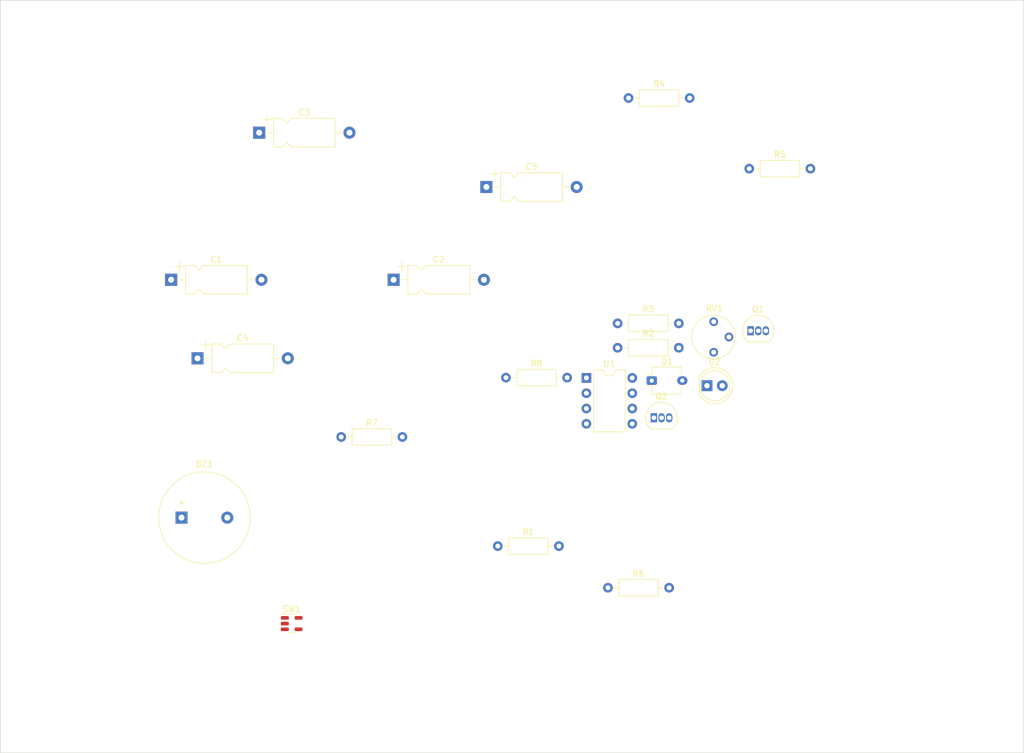
<source format=kicad_pcb>
(kicad_pcb (version 20211014) (generator pcbnew)
  (title_block (title "gammaray2usb") (date "2021-12-27") (rev "0.2x") (company "Fort Sand, Inc."))
  (layers (0 "F.Cu" signal) (31 "B.Cu" signal) (34 "B.Paste" user) (35 "F.Paste" user) (36 "B.SilkS" user "B.Silkscreen") (37 "F.SilkS" user "F.Silkscreen") (38 "B.Mask" user) (39 "F.Mask" user) (44 "Edge.Cuts" user))
  (net 0 "")
  (net 1 "Net-(BZ1-Pad1)")
  (net 2 "GND")
  (net 3 "Net-(C1-Pad1)")
  (net 4 "Net-(C2-Pad1)")
  (net 5 "+9V")
  (net 6 "Net-(C4-Pad1)")
  (net 7 "Net-(C5-Pad1)")
  (net 8 "Net-(D1-Pad2)")
  (net 9 "Net-(D2-Pad2)")
  (net 10 "Net-(Q1-Pad3)")
  (net 11 "Net-(Q2-Pad1)")
  (net 12 "Net-(R5-Pad1)")
  (net 13 "Net-(R6-Pad2)")
  (net 14 "Net-(R7-Pad1)")
  (net 15 "GNDREF")
  (footprint "Resistor_THT:R_Axial_DIN0207_L6.3mm_D2.5mm_P10.16mm_Horizontal" (layer "F.Cu") (at 172.534167 92.71017)
    (fp_text reference "R2" (at 5.08 -2.37) (layer "F.SilkS"))
    (fp_text value "1.5M")
    (fp_line (start 1.81 1.37) (end 8.35 1.37) (layer "F.SilkS") (width 0.12))
    (fp_line (start 1.04 0) (end 1.81 0) (layer "F.SilkS") (width 0.12))
    (fp_line (start 1.81 -1.37) (end 1.81 1.37) (layer "F.SilkS") (width 0.12))
    (fp_line (start 9.12 0) (end 8.35 0) (layer "F.SilkS") (width 0.12))
    (fp_line (start 8.35 1.37) (end 8.35 -1.37) (layer "F.SilkS") (width 0.12))
    (fp_line (start 8.35 -1.37) (end 1.81 -1.37) (layer "F.SilkS") (width 0.12))
    (pad "1" thru_hole circle locked (at 0 0) (size 1.6 1.6) (drill 0.8) (layers *.Cu *.Mask) (net 3 "Net-(C1-Pad1)"))
    (pad "2" thru_hole oval locked (at 10.16 0) (size 1.6 1.6) (drill 0.8) (layers *.Cu *.Mask) (net 11 "Net-(Q2-Pad1)"))
  )
  (footprint "Package_DIP:DIP-8_W7.62mm" (layer "F.Cu") (at 167.344167 97.72017)
    (fp_text reference "U1" (at 3.81 -2.33) (layer "F.SilkS"))
    (fp_text value "LM358")
    (fp_line (start 2.81 -1.33) (end 1.16 -1.33) (layer "F.SilkS") (width 0.12))
    (fp_line (start 6.46 8.95) (end 6.46 -1.33) (layer "F.SilkS") (width 0.12))
    (fp_line (start 6.46 -1.33) (end 4.81 -1.33) (layer "F.SilkS") (width 0.12))
    (fp_line (start 1.16 8.95) (end 6.46 8.95) (layer "F.SilkS") (width 0.12))
    (fp_line (start 1.16 -1.33) (end 1.16 8.95) (layer "F.SilkS") (width 0.12))
    (fp_arc (start 4.81 -1.33) (mid 3.81 -0.33) (end 2.81 -1.33) (layer "F.SilkS") (width 0.12))
    (pad "1" thru_hole rect locked (at 0 0) (size 1.6 1.6) (drill 0.8) (layers *.Cu *.Mask) (net 13 "Net-(R6-Pad2)"))
    (pad "2" thru_hole oval locked (at 0 2.54) (size 1.6 1.6) (drill 0.8) (layers *.Cu *.Mask) (net 12 "Net-(R5-Pad1)"))
    (pad "3" thru_hole oval locked (at 0 5.08) (size 1.6 1.6) (drill 0.8) (layers *.Cu *.Mask) (net 10 "Net-(Q1-Pad3)"))
    (pad "4" thru_hole oval locked (at 0 7.62) (size 1.6 1.6) (drill 0.8) (layers *.Cu *.Mask))
    (pad "5" thru_hole oval locked (at 7.62 7.62) (size 1.6 1.6) (drill 0.8) (layers *.Cu *.Mask))
    (pad "6" thru_hole oval locked (at 7.62 5.08) (size 1.6 1.6) (drill 0.8) (layers *.Cu *.Mask))
    (pad "7" thru_hole oval locked (at 7.62 2.54) (size 1.6 1.6) (drill 0.8) (layers *.Cu *.Mask))
    (pad "8" thru_hole oval locked (at 7.62 0) (size 1.6 1.6) (drill 0.8) (layers *.Cu *.Mask))
  )
  (footprint "Capacitor_THT:CP_Axial_L10.0mm_D4.5mm_P15.00mm_Horizontal" (layer "F.Cu") (at 135.32309 81.417547)
    (fp_text reference "C2" (at 7.5 -3.37) (layer "F.SilkS"))
    (fp_text value "100 uF")
    (fp_line (start 2.38 2.37) (end 3.88 2.37) (layer "F.SilkS") (width 0.12))
    (fp_line (start 5.38 -2.37) (end 12.62 -2.37) (layer "F.SilkS") (width 0.12))
    (fp_line (start 1.24 0) (end 2.38 0) (layer "F.SilkS") (width 0.12))
    (fp_line (start 0.63 -2.2) (end 2.13 -2.2) (layer "F.SilkS") (width 0.12))
    (fp_line (start 1.38 -2.95) (end 1.38 -1.45) (layer "F.SilkS") (width 0.12))
    (fp_line (start 2.38 -2.37) (end 3.88 -2.37) (layer "F.SilkS") (width 0.12))
    (fp_line (start 4.63 1.62) (end 5.38 2.37) (layer "F.SilkS") (width 0.12))
    (fp_line (start 3.88 -2.37) (end 4.63 -1.62) (layer "F.SilkS") (width 0.12))
    (fp_line (start 4.63 -1.62) (end 5.38 -2.37) (layer "F.SilkS") (width 0.12))
    (fp_line (start 12.62 -2.37) (end 12.62 2.37) (layer "F.SilkS") (width 0.12))
    (fp_line (start 13.76 0) (end 12.62 0) (layer "F.SilkS") (width 0.12))
    (fp_line (start 2.38 -2.37) (end 2.38 2.37) (layer "F.SilkS") (width 0.12))
    (fp_line (start 3.88 2.37) (end 4.63 1.62) (layer "F.SilkS") (width 0.12))
    (fp_line (start 5.38 2.37) (end 12.62 2.37) (layer "F.SilkS") (width 0.12))
    (pad "1" thru_hole rect locked (at 0 0) (size 2 2) (drill 1) (layers *.Cu *.Mask) (net 4 "Net-(C2-Pad1)"))
    (pad "2" thru_hole oval locked (at 15 0) (size 2 2) (drill 1) (layers *.Cu *.Mask) (net 2 "GND"))
  )
  (footprint "Resistor_THT:R_Axial_DIN0207_L6.3mm_D2.5mm_P10.16mm_Horizontal" (layer "F.Cu") (at 194.390648 62.963776)
    (fp_text reference "R5" (at 5.08 -2.37) (layer "F.SilkS"))
    (fp_text value "1k")
    (fp_line (start 1.81 -1.37) (end 1.81 1.37) (layer "F.SilkS") (width 0.12))
    (fp_line (start 8.35 1.37) (end 8.35 -1.37) (layer "F.SilkS") (width 0.12))
    (fp_line (start 9.12 0) (end 8.35 0) (layer "F.SilkS") (width 0.12))
    (fp_line (start 1.81 1.37) (end 8.35 1.37) (layer "F.SilkS") (width 0.12))
    (fp_line (start 1.04 0) (end 1.81 0) (layer "F.SilkS") (width 0.12))
    (fp_line (start 8.35 -1.37) (end 1.81 -1.37) (layer "F.SilkS") (width 0.12))
    (pad "1" thru_hole circle locked (at 0 0) (size 1.6 1.6) (drill 0.8) (layers *.Cu *.Mask) (net 12 "Net-(R5-Pad1)"))
    (pad "2" thru_hole oval locked (at 10.16 0) (size 1.6 1.6) (drill 0.8) (layers *.Cu *.Mask) (net 6 "Net-(C4-Pad1)"))
  )
  (footprint "Package_TO_SOT_THT:TO-92_Inline" (layer "F.Cu") (at 194.614167 89.89017)
    (fp_text reference "Q1" (at 1.27 -3.56) (layer "F.SilkS"))
    (fp_text value "2N7000")
    (fp_line (start -0.53 1.85) (end 3.07 1.85) (layer "F.SilkS") (width 0.12))
    (fp_arc (start 1.27 -2.6) (mid 3.672087 -0.994977) (end 3.108478 1.838478) (layer "F.SilkS") (width 0.12))
    (fp_arc (start -0.568478 1.838478) (mid -1.132087 -0.994977) (end 1.27 -2.6) (layer "F.SilkS") (width 0.12))
    (pad "1" thru_hole rect locked (at 0 0) (size 1.05 1.5) (drill 0.75) (layers *.Cu *.Mask) (net 2 "GND"))
    (pad "2" thru_hole oval locked (at 1.27 0) (size 1.05 1.5) (drill 0.75) (layers *.Cu *.Mask) (net 8 "Net-(D1-Pad2)"))
    (pad "3" thru_hole oval locked (at 2.54 0) (size 1.05 1.5) (drill 0.75) (layers *.Cu *.Mask) (net 10 "Net-(Q1-Pad3)"))
  )
  (footprint "Resistor_THT:R_Axial_DIN0207_L6.3mm_D2.5mm_P10.16mm_Horizontal" (layer "F.Cu") (at 152.627301 125.652573)
    (fp_text reference "R1" (at 5.08 -2.37) (layer "F.SilkS"))
    (fp_text value "10M")
    (fp_line (start 1.81 -1.37) (end 1.81 1.37) (layer "F.SilkS") (width 0.12))
    (fp_line (start 8.35 -1.37) (end 1.81 -1.37) (layer "F.SilkS") (width 0.12))
    (fp_line (start 1.81 1.37) (end 8.35 1.37) (layer "F.SilkS") (width 0.12))
    (fp_line (start 1.04 0) (end 1.81 0) (layer "F.SilkS") (width 0.12))
    (fp_line (start 9.12 0) (end 8.35 0) (layer "F.SilkS") (width 0.12))
    (fp_line (start 8.35 1.37) (end 8.35 -1.37) (layer "F.SilkS") (width 0.12))
    (pad "1" thru_hole circle locked (at 0 0) (size 1.6 1.6) (drill 0.8) (layers *.Cu *.Mask) (net 8 "Net-(D1-Pad2)"))
    (pad "2" thru_hole oval locked (at 10.16 0) (size 1.6 1.6) (drill 0.8) (layers *.Cu *.Mask) (net 2 "GND"))
  )
  (footprint "Resistor_THT:R_Axial_DIN0207_L6.3mm_D2.5mm_P10.16mm_Horizontal" (layer "F.Cu") (at 174.340739 51.231515)
    (fp_text reference "R4" (at 5.08 -2.37) (layer "F.SilkS"))
    (fp_text value "150k")
    (fp_line (start 1.81 -1.37) (end 1.81 1.37) (layer "F.SilkS") (width 0.12))
    (fp_line (start 8.35 1.37) (end 8.35 -1.37) (layer "F.SilkS") (width 0.12))
    (fp_line (start 9.12 0) (end 8.35 0) (layer "F.SilkS") (width 0.12))
    (fp_line (start 1.04 0) (end 1.81 0) (layer "F.SilkS") (width 0.12))
    (fp_line (start 8.35 -1.37) (end 1.81 -1.37) (layer "F.SilkS") (width 0.12))
    (fp_line (start 1.81 1.37) (end 8.35 1.37) (layer "F.SilkS") (width 0.12))
    (pad "1" thru_hole circle locked (at 0 0) (size 1.6 1.6) (drill 0.8) (layers *.Cu *.Mask) (net 5 "+9V"))
    (pad "2" thru_hole oval locked (at 10.16 0) (size 1.6 1.6) (drill 0.8) (layers *.Cu *.Mask) (net 4 "Net-(C2-Pad1)"))
  )
  (footprint "Capacitor_THT:CP_Axial_L10.0mm_D4.5mm_P15.00mm_Horizontal" (layer "F.Cu") (at 150.732627 66.00801)
    (fp_text reference "C5" (at 7.5 -3.37) (layer "F.SilkS"))
    (fp_text value "0.01µF")
    (fp_line (start 12.62 -2.37) (end 12.62 2.37) (layer "F.SilkS") (width 0.12))
    (fp_line (start 1.38 -2.95) (end 1.38 -1.45) (layer "F.SilkS") (width 0.12))
    (fp_line (start 0.63 -2.2) (end 2.13 -2.2) (layer "F.SilkS") (width 0.12))
    (fp_line (start 5.38 2.37) (end 12.62 2.37) (layer "F.SilkS") (width 0.12))
    (fp_line (start 2.38 2.37) (end 3.88 2.37) (layer "F.SilkS") (width 0.12))
    (fp_line (start 2.38 -2.37) (end 2.38 2.37) (layer "F.SilkS") (width 0.12))
    (fp_line (start 4.63 -1.62) (end 5.38 -2.37) (layer "F.SilkS") (width 0.12))
    (fp_line (start 5.38 -2.37) (end 12.62 -2.37) (layer "F.SilkS") (width 0.12))
    (fp_line (start 4.63 1.62) (end 5.38 2.37) (layer "F.SilkS") (width 0.12))
    (fp_line (start 1.24 0) (end 2.38 0) (layer "F.SilkS") (width 0.12))
    (fp_line (start 13.76 0) (end 12.62 0) (layer "F.SilkS") (width 0.12))
    (fp_line (start 3.88 -2.37) (end 4.63 -1.62) (layer "F.SilkS") (width 0.12))
    (fp_line (start 2.38 -2.37) (end 3.88 -2.37) (layer "F.SilkS") (width 0.12))
    (fp_line (start 3.88 2.37) (end 4.63 1.62) (layer "F.SilkS") (width 0.12))
    (pad "1" thru_hole rect locked (at 0 0) (size 2 2) (drill 1) (layers *.Cu *.Mask) (net 7 "Net-(C5-Pad1)"))
    (pad "2" thru_hole oval locked (at 15 0) (size 2 2) (drill 1) (layers *.Cu *.Mask) (net 1 "Net-(BZ1-Pad1)"))
  )
  (footprint "Package_TO_SOT_SMD:SOT-23-5" (layer "F.Cu") (at 118.395472 138.523038)
    (fp_text reference "SW1" (at 0 -2.4) (layer "F.SilkS"))
    (fp_text value "TS5A3166DBVR")
    (fp_line (start 0 1.56) (end -0.8 1.56) (layer "F.SilkS") (width 0.12))
    (fp_line (start 0 -1.56) (end -1.8 -1.56) (layer "F.SilkS") (width 0.12))
    (fp_line (start 0 -1.56) (end 0.8 -1.56) (layer "F.SilkS") (width 0.12))
    (fp_line (start 0 1.56) (end 0.8 1.56) (layer "F.SilkS") (width 0.12))
    (pad "1" smd roundrect locked (at -1.1375 -0.95) (size 1.325 0.6) (layers "F.Cu" "F.Paste" "F.Mask") (net 13 "Net-(R6-Pad2)"))
    (pad "2" smd roundrect locked (at -1.1375 0) (size 1.325 0.6) (layers "F.Cu" "F.Paste" "F.Mask") (net 1 "Net-(BZ1-Pad1)"))
    (pad "3" smd roundrect locked (at -1.1375 0.95) (size 1.325 0.6) (layers "F.Cu" "F.Paste" "F.Mask") (net 15 "GNDREF"))
    (pad "4" smd roundrect locked (at 1.1375 0.95) (size 1.325 0.6) (layers "F.Cu" "F.Paste" "F.Mask"))
    (pad "5" smd roundrect locked (at 1.1375 -0.95) (size 1.325 0.6) (layers "F.Cu" "F.Paste" "F.Mask") (net 7 "Net-(C5-Pad1)"))
  )
  (footprint "Potentiometer_THT:Potentiometer_Vishay_T7-YA_Single_Vertical" (layer "F.Cu") (at 188.490167 93.46017)
    (fp_text reference "RV1" (at 0.11 -7.29) (layer "F.SilkS"))
    (fp_text value "250kΩ")
    (fp_circle (center -0.041 -2.54) (end 3.579 -2.54) (layer "F.SilkS") (width 0.12) (fill none))
    (pad "1" thru_hole circle locked (at 0 0) (size 1.44 1.44) (drill 0.8) (layers *.Cu *.Mask) (net 5 "+9V"))
    (pad "2" thru_hole circle locked (at 2.54 -2.54) (size 1.44 1.44) (drill 0.8) (layers *.Cu *.Mask) (net 14 "Net-(R7-Pad1)"))
    (pad "3" thru_hole circle locked (at 0 -5.08) (size 1.44 1.44) (drill 0.8) (layers *.Cu *.Mask) (net 2 "GND"))
  )
  (footprint "Resistor_THT:R_Axial_DIN0207_L6.3mm_D2.5mm_P10.16mm_Horizontal" (layer "F.Cu") (at 172.534167 88.66017)
    (fp_text reference "R3" (at 5.08 -2.37) (layer "F.SilkS"))
    (fp_text value "56k")
    (fp_line (start 8.35 1.37) (end 8.35 -1.37) (layer "F.SilkS") (width 0.12))
    (fp_line (start 1.04 0) (end 1.81 0) (layer "F.SilkS") (width 0.12))
    (fp_line (start 9.12 0) (end 8.35 0) (layer "F.SilkS") (width 0.12))
    (fp_line (start 1.81 -1.37) (end 1.81 1.37) (layer "F.SilkS") (width 0.12))
    (fp_line (start 8.35 -1.37) (end 1.81 -1.37) (layer "F.SilkS") (width 0.12))
    (fp_line (start 1.81 1.37) (end 8.35 1.37) (layer "F.SilkS") (width 0.12))
    (pad "1" thru_hole circle locked (at 0 0) (size 1.6 1.6) (drill 0.8) (layers *.Cu *.Mask) (net 11 "Net-(Q2-Pad1)"))
    (pad "2" thru_hole oval locked (at 10.16 0) (size 1.6 1.6) (drill 0.8) (layers *.Cu *.Mask) (net 10 "Net-(Q1-Pad3)"))
  )
  (footprint "Capacitor_THT:CP_Axial_L10.0mm_D4.5mm_P15.00mm_Horizontal" (layer "F.Cu") (at 102.752933 94.463121)
    (fp_text reference "C4" (at 7.5 -3.37) (layer "F.SilkS"))
    (fp_text value "20nF")
    (fp_line (start 2.38 -2.37) (end 2.38 2.37) (layer "F.SilkS") (width 0.12))
    (fp_line (start 0.63 -2.2) (end 2.13 -2.2) (layer "F.SilkS") (width 0.12))
    (fp_line (start 3.88 -2.37) (end 4.63 -1.62) (layer "F.SilkS") (width 0.12))
    (fp_line (start 1.38 -2.95) (end 1.38 -1.45) (layer "F.SilkS") (width 0.12))
    (fp_line (start 2.38 -2.37) (end 3.88 -2.37) (layer "F.SilkS") (width 0.12))
    (fp_line (start 5.38 -2.37) (end 12.62 -2.37) (layer "F.SilkS") (width 0.12))
    (fp_line (start 3.88 2.37) (end 4.63 1.62) (layer "F.SilkS") (width 0.12))
    (fp_line (start 13.76 0) (end 12.62 0) (layer "F.SilkS") (width 0.12))
    (fp_line (start 2.38 2.37) (end 3.88 2.37) (layer "F.SilkS") (width 0.12))
    (fp_line (start 5.38 2.37) (end 12.62 2.37) (layer "F.SilkS") (width 0.12))
    (fp_line (start 1.24 0) (end 2.38 0) (layer "F.SilkS") (width 0.12))
    (fp_line (start 12.62 -2.37) (end 12.62 2.37) (layer "F.SilkS") (width 0.12))
    (fp_line (start 4.63 1.62) (end 5.38 2.37) (layer "F.SilkS") (width 0.12))
    (fp_line (start 4.63 -1.62) (end 5.38 -2.37) (layer "F.SilkS") (width 0.12))
    (pad "1" thru_hole rect locked (at 0 0) (size 2 2) (drill 1) (layers *.Cu *.Mask) (net 6 "Net-(C4-Pad1)"))
    (pad "2" thru_hole oval locked (at 15 0) (size 2 2) (drill 1) (layers *.Cu *.Mask) (net 2 "GND"))
  )
  (footprint "Resistor_THT:R_Axial_DIN0207_L6.3mm_D2.5mm_P10.16mm_Horizontal" (layer "F.Cu") (at 153.984167 97.67017)
    (fp_text reference "R8" (at 5.08 -2.37) (layer "F.SilkS"))
    (fp_text value "1k")
    (fp_line (start 8.35 1.37) (end 8.35 -1.37) (layer "F.SilkS") (width 0.12))
    (fp_line (start 1.81 -1.37) (end 1.81 1.37) (layer "F.SilkS") (width 0.12))
    (fp_line (start 8.35 -1.37) (end 1.81 -1.37) (layer "F.SilkS") (width 0.12))
    (fp_line (start 1.04 0) (end 1.81 0) (layer "F.SilkS") (width 0.12))
    (fp_line (start 1.81 1.37) (end 8.35 1.37) (layer "F.SilkS") (width 0.12))
    (fp_line (start 9.12 0) (end 8.35 0) (layer "F.SilkS") (width 0.12))
    (pad "1" thru_hole circle locked (at 0 0) (size 1.6 1.6) (drill 0.8) (layers *.Cu *.Mask) (net 9 "Net-(D2-Pad2)"))
    (pad "2" thru_hole oval locked (at 10.16 0) (size 1.6 1.6) (drill 0.8) (layers *.Cu *.Mask) (net 1 "Net-(BZ1-Pad1)"))
  )
  (footprint "OptoDevice:Osram_DIL2_4.3x4.65mm_P5.08mm" (layer "F.Cu") (at 178.194167 98.16017)
    (fp_text reference "D1" (at 2.54 -3.17) (layer "F.SilkS"))
    (fp_text value "BPW34")
    (fp_line (start 0.08 -2.26) (end 0.08 -0.96) (layer "F.SilkS") (width 0.12))
    (fp_line (start 4.95 1.06) (end 4.95 2.26) (layer "F.SilkS") (width 0.12))
    (fp_line (start 4.95 2.26) (end 0.08 2.26) (layer "F.SilkS") (width 0.12))
    (fp_line (start 4.95 -2.26) (end 4.95 -1.06) (layer "F.SilkS") (width 0.12))
    (fp_line (start 0.08 -2.26) (end 4.95 -2.26) (layer "F.SilkS") (width 0.12))
    (fp_line (start 0.08 0.96) (end 0.08 2.26) (layer "F.SilkS") (width 0.12))
    (fp_line (start 0.08 0.96) (end -0.84 0.96) (layer "F.SilkS") (width 0.12))
    (fp_line (start 0.08 -0.96) (end -0.84 -0.96) (layer "F.SilkS") (width 0.12))
    (pad "1" thru_hole roundrect locked (at 0 0) (size 1.7 1.4) (drill 0.7) (layers *.Cu *.Mask) (roundrect_rratio 0.178) (net 3 "Net-(C1-Pad1)"))
    (pad "2" thru_hole oval locked (at 5.08 0) (size 1.7 1.4) (drill 0.7) (layers *.Cu *.Mask) (net 8 "Net-(D1-Pad2)"))
  )
  (footprint "Buzzer_Beeper:Buzzer_15x7.5RM7.6" (layer "F.Cu") (at 100.096647 120.924647)
    (fp_text reference "BZ1" (at 3.81 -8.89) (layer "F.SilkS"))
    (fp_text value "Buzzer")
    (fp_text user "+" (at -0.01 -2.54) (layer "F.SilkS"))
    (fp_circle (center 3.8 0) (end 11.4 0) (layer "F.SilkS") (width 0.12) (fill none))
    (pad "1" thru_hole rect locked (at 0 0) (size 2 2) (drill 1) (layers *.Cu *.Mask) (net 1 "Net-(BZ1-Pad1)"))
    (pad "2" thru_hole circle locked (at 7.6 0) (size 2 2) (drill 1) (layers *.Cu *.Mask) (net 2 "GND"))
  )
  (footprint "Capacitor_THT:CP_Axial_L10.0mm_D4.5mm_P15.00mm_Horizontal" (layer "F.Cu") (at 98.375224 81.417547)
    (fp_text reference "C1" (at 7.5 -3.37) (layer "F.SilkS"))
    (fp_text value "0.1µF")
    (fp_line (start 3.88 2.37) (end 4.63 1.62) (layer "F.SilkS") (width 0.12))
    (fp_line (start 1.24 0) (end 2.38 0) (layer "F.SilkS") (width 0.12))
    (fp_line (start 3.88 -2.37) (end 4.63 -1.62) (layer "F.SilkS") (width 0.12))
    (fp_line (start 2.38 2.37) (end 3.88 2.37) (layer "F.SilkS") (width 0.12))
    (fp_line (start 1.38 -2.95) (end 1.38 -1.45) (layer "F.SilkS") (width 0.12))
    (fp_line (start 12.62 -2.37) (end 12.62 2.37) (layer "F.SilkS") (width 0.12))
    (fp_line (start 5.38 2.37) (end 12.62 2.37) (layer "F.SilkS") (width 0.12))
    (fp_line (start 4.63 -1.62) (end 5.38 -2.37) (layer "F.SilkS") (width 0.12))
    (fp_line (start 0.63 -2.2) (end 2.13 -2.2) (layer "F.SilkS") (width 0.12))
    (fp_line (start 2.38 -2.37) (end 2.38 2.37) (layer "F.SilkS") (width 0.12))
    (fp_line (start 5.38 -2.37) (end 12.62 -2.37) (layer "F.SilkS") (width 0.12))
    (fp_line (start 13.76 0) (end 12.62 0) (layer "F.SilkS") (width 0.12))
    (fp_line (start 4.63 1.62) (end 5.38 2.37) (layer "F.SilkS") (width 0.12))
    (fp_line (start 2.38 -2.37) (end 3.88 -2.37) (layer "F.SilkS") (width 0.12))
    (pad "1" thru_hole rect locked (at 0 0) (size 2 2) (drill 1) (layers *.Cu *.Mask) (net 3 "Net-(C1-Pad1)"))
    (pad "2" thru_hole oval locked (at 15 0) (size 2 2) (drill 1) (layers *.Cu *.Mask) (net 2 "GND"))
  )
  (footprint "Resistor_THT:R_Axial_DIN0207_L6.3mm_D2.5mm_P10.16mm_Horizontal" (layer "F.Cu") (at 170.926126 132.569354)
    (fp_text reference "R6" (at 5.08 -2.37) (layer "F.SilkS"))
    (fp_text value "1.5M")
    (fp_line (start 1.04 0) (end 1.81 0) (layer "F.SilkS") (width 0.12))
    (fp_line (start 8.35 1.37) (end 8.35 -1.37) (layer "F.SilkS") (width 0.12))
    (fp_line (start 1.81 -1.37) (end 1.81 1.37) (layer "F.SilkS") (width 0.12))
    (fp_line (start 8.35 -1.37) (end 1.81 -1.37) (layer "F.SilkS") (width 0.12))
    (fp_line (start 1.81 1.37) (end 8.35 1.37) (layer "F.SilkS") (width 0.12))
    (fp_line (start 9.12 0) (end 8.35 0) (layer "F.SilkS") (width 0.12))
    (pad "1" thru_hole circle locked (at 0 0) (size 1.6 1.6) (drill 0.8) (layers *.Cu *.Mask) (net 12 "Net-(R5-Pad1)"))
    (pad "2" thru_hole oval locked (at 10.16 0) (size 1.6 1.6) (drill 0.8) (layers *.Cu *.Mask) (net 13 "Net-(R6-Pad2)"))
  )
  (footprint "Package_TO_SOT_THT:TO-92_Inline" (layer "F.Cu") (at 178.554167 104.34017)
    (fp_text reference "Q2" (at 1.27 -3.56) (layer "F.SilkS"))
    (fp_text value "2N3904")
    (fp_line (start -0.53 1.85) (end 3.07 1.85) (layer "F.SilkS") (width 0.12))
    (fp_arc (start -0.568478 1.838478) (mid -1.132087 -0.994977) (end 1.27 -2.6) (layer "F.SilkS") (width 0.12))
    (fp_arc (start 1.27 -2.6) (mid 3.672087 -0.994977) (end 3.108478 1.838478) (layer "F.SilkS") (width 0.12))
    (pad "1" thru_hole rect locked (at 0 0) (size 1.05 1.5) (drill 0.75) (layers *.Cu *.Mask) (net 11 "Net-(Q2-Pad1)"))
    (pad "2" thru_hole oval locked (at 1.27 0) (size 1.05 1.5) (drill 0.75) (layers *.Cu *.Mask) (net 4 "Net-(C2-Pad1)"))
    (pad "3" thru_hole oval locked (at 2.54 0) (size 1.05 1.5) (drill 0.75) (layers *.Cu *.Mask) (net 5 "+9V"))
  )
  (footprint "Capacitor_THT:CP_Axial_L10.0mm_D4.5mm_P15.00mm_Horizontal" (layer "F.Cu") (at 112.996773 56.989929)
    (fp_text reference "C3" (at 7.5 -3.37) (layer "F.SilkS"))
    (fp_text value "0.1µF")
    (fp_line (start 12.62 -2.37) (end 12.62 2.37) (layer "F.SilkS") (width 0.12))
    (fp_line (start 13.76 0) (end 12.62 0) (layer "F.SilkS") (width 0.12))
    (fp_line (start 1.24 0) (end 2.38 0) (layer "F.SilkS") (width 0.12))
    (fp_line (start 4.63 1.62) (end 5.38 2.37) (layer "F.SilkS") (width 0.12))
    (fp_line (start 3.88 2.37) (end 4.63 1.62) (layer "F.SilkS") (width 0.12))
    (fp_line (start 2.38 -2.37) (end 2.38 2.37) (layer "F.SilkS") (width 0.12))
    (fp_line (start 3.88 -2.37) (end 4.63 -1.62) (layer "F.SilkS") (width 0.12))
    (fp_line (start 2.38 -2.37) (end 3.88 -2.37) (layer "F.SilkS") (width 0.12))
    (fp_line (start 5.38 -2.37) (end 12.62 -2.37) (layer "F.SilkS") (width 0.12))
    (fp_line (start 4.63 -1.62) (end 5.38 -2.37) (layer "F.SilkS") (width 0.12))
    (fp_line (start 5.38 2.37) (end 12.62 2.37) (layer "F.SilkS") (width 0.12))
    (fp_line (start 0.63 -2.2) (end 2.13 -2.2) (layer "F.SilkS") (width 0.12))
    (fp_line (start 2.38 2.37) (end 3.88 2.37) (layer "F.SilkS") (width 0.12))
    (fp_line (start 1.38 -2.95) (end 1.38 -1.45) (layer "F.SilkS") (width 0.12))
    (pad "1" thru_hole rect locked (at 0 0) (size 2 2) (drill 1) (layers *.Cu *.Mask) (net 5 "+9V"))
    (pad "2" thru_hole oval locked (at 15 0) (size 2 2) (drill 1) (layers *.Cu *.Mask) (net 2 "GND"))
  )
  (footprint "LED_THT:LED_D5.0mm" (layer "F.Cu") (at 187.374167 99.01017)
    (fp_text reference "D2" (at 1.27 -3.96) (layer "F.SilkS"))
    (fp_text value "LED")
    (fp_line (start -1.29 -1.545) (end -1.29 1.545) (layer "F.SilkS") (width 0.12))
    (fp_arc (start -1.29 -1.54483) (mid 2.072002 -2.880433) (end 4.26 0.000462) (layer "F.SilkS") (width 0.12))
    (fp_arc (start 4.26 -0.000462) (mid 2.072002 2.880433) (end -1.29 1.54483) (layer "F.SilkS") (width 0.12))
    (fp_circle (center 1.27 0) (end 3.77 0) (layer "F.SilkS") (width 0.12) (fill none))
    (pad "1" thru_hole rect locked (at 0 0) (size 1.8 1.8) (drill 0.9) (layers *.Cu *.Mask) (net 2 "GND"))
    (pad "2" thru_hole circle locked (at 2.54 0) (size 1.8 1.8) (drill 0.9) (layers *.Cu *.Mask) (net 9 "Net-(D2-Pad2)"))
  )
  (footprint "Resistor_THT:R_Axial_DIN0207_L6.3mm_D2.5mm_P10.16mm_Horizontal" (layer "F.Cu") (at 126.623708 107.528857)
    (fp_text reference "R7" (at 5.08 -2.37) (layer "F.SilkS"))
    (fp_text value "1k")
    (fp_line (start 1.81 -1.37) (end 1.81 1.37) (layer "F.SilkS") (width 0.12))
    (fp_line (start 1.04 0) (end 1.81 0) (layer "F.SilkS") (width 0.12))
    (fp_line (start 1.81 1.37) (end 8.35 1.37) (layer "F.SilkS") (width 0.12))
    (fp_line (start 8.35 -1.37) (end 1.81 -1.37) (layer "F.SilkS") (width 0.12))
    (fp_line (start 8.35 1.37) (end 8.35 -1.37) (layer "F.SilkS") (width 0.12))
    (fp_line (start 9.12 0) (end 8.35 0) (layer "F.SilkS") (width 0.12))
    (pad "1" thru_hole circle locked (at 0 0) (size 1.6 1.6) (drill 0.8) (layers *.Cu *.Mask) (net 14 "Net-(R7-Pad1)"))
    (pad "2" thru_hole oval locked (at 10.16 0) (size 1.6 1.6) (drill 0.8) (layers *.Cu *.Mask) (net 7 "Net-(C5-Pad1)"))
  )
  (gr_line (start 240 160) (end 70 160) (layer "Edge.Cuts") (width 0.1))
  (gr_line (start 70 35) (end 240 35) (layer "Edge.Cuts") (width 0.1))
  (gr_line (start 240 35) (end 240 160) (layer "Edge.Cuts") (width 0.1))
  (gr_line (start 70 160) (end 70 35) (layer "Edge.Cuts") (width 0.1))
)
</source>
